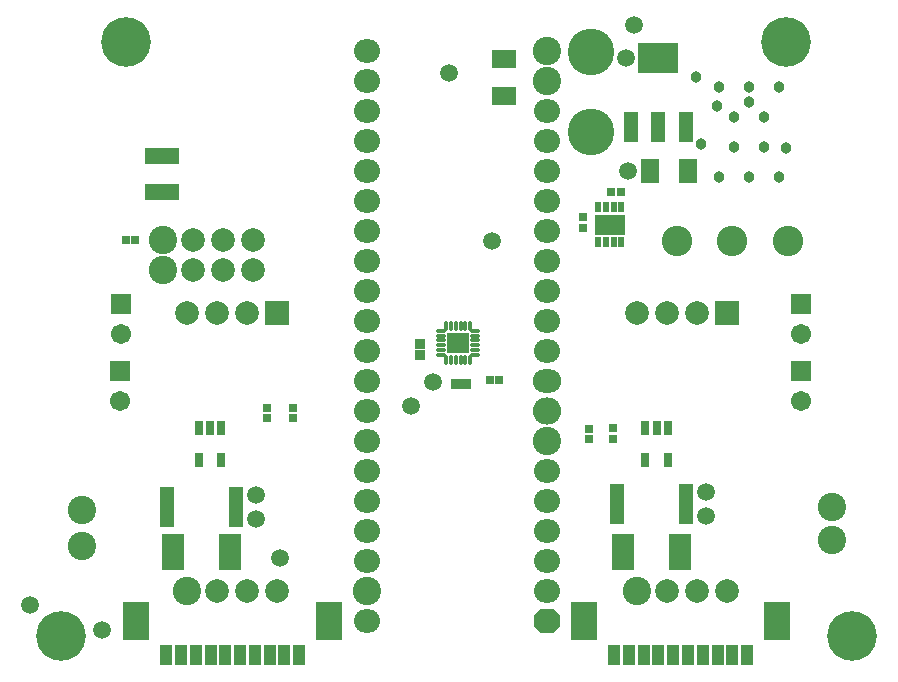
<source format=gbs>
G04*
G04 #@! TF.GenerationSoftware,Altium Limited,Altium NEXUS,1.1.9 (86)*
G04*
G04 Layer_Color=16711935*
%FSLAX24Y24*%
%MOIN*%
G70*
G01*
G75*
%ADD20R,0.0257X0.0297*%
%ADD21R,0.0297X0.0257*%
%ADD27R,0.0671X0.0671*%
%ADD28C,0.0671*%
%ADD29C,0.1556*%
%ADD30C,0.1013*%
%ADD31C,0.0380*%
%ADD32C,0.0946*%
%ADD33C,0.0789*%
%ADD34R,0.0789X0.0789*%
%ADD35O,0.0867X0.0789*%
%ADD36O,0.0946X0.0789*%
%ADD37O,0.0946X0.0907*%
G04:AMPARAMS|DCode=38|XSize=86.7mil|YSize=78.9mil|CornerRadius=0mil|HoleSize=0mil|Usage=FLASHONLY|Rotation=180.000|XOffset=0mil|YOffset=0mil|HoleType=Round|Shape=Octagon|*
%AMOCTAGOND38*
4,1,8,-0.0434,0.0197,-0.0434,-0.0197,-0.0237,-0.0394,0.0237,-0.0394,0.0434,-0.0197,0.0434,0.0197,0.0237,0.0394,-0.0237,0.0394,-0.0434,0.0197,0.0*
%
%ADD38OCTAGOND38*%

%ADD39C,0.1655*%
%ADD40C,0.0592*%
%ADD79R,0.0741X0.1241*%
%ADD80R,0.0493X0.1360*%
%ADD81R,0.1005X0.0702*%
%ADD82R,0.0218X0.0356*%
%ADD83R,0.0324X0.0324*%
%ADD84R,0.0324X0.0324*%
%ADD85R,0.0285X0.0285*%
%ADD86R,0.0316X0.0474*%
%ADD87O,0.0316X0.0159*%
%ADD88O,0.0159X0.0316*%
%ADD89R,0.0749X0.0686*%
%ADD90R,0.0611X0.0828*%
%ADD91R,0.1143X0.0533*%
%ADD92R,0.1379X0.1025*%
%ADD93R,0.0474X0.1025*%
%ADD94R,0.0828X0.0611*%
%ADD95R,0.0907X0.1261*%
%ADD96R,0.0395X0.0710*%
D20*
X5484Y14803D02*
D03*
X5130D02*
D03*
D21*
X5217Y6555D02*
D03*
Y6909D02*
D03*
X-6309Y7244D02*
D03*
Y7598D02*
D03*
X-5472D02*
D03*
Y7244D02*
D03*
X4400Y6899D02*
D03*
Y6545D02*
D03*
X4203Y13583D02*
D03*
Y13937D02*
D03*
D27*
X-11191Y11051D02*
D03*
X-11211Y8817D02*
D03*
X11467D02*
D03*
X11467Y11051D02*
D03*
D28*
X-11191Y10051D02*
D03*
X-11211Y7817D02*
D03*
X11467D02*
D03*
X11467Y10051D02*
D03*
D29*
X4469Y19449D02*
D03*
Y16782D02*
D03*
D30*
X7333Y13150D02*
D03*
X9183D02*
D03*
X11033D02*
D03*
D31*
X9732Y18280D02*
D03*
X10232Y17280D02*
D03*
X10732Y18280D02*
D03*
X9232Y17280D02*
D03*
X8732Y18280D02*
D03*
X10732Y15280D02*
D03*
X10232Y16280D02*
D03*
X8732Y15280D02*
D03*
X9232Y16280D02*
D03*
X9732Y15280D02*
D03*
X8159Y16378D02*
D03*
X9732Y17795D02*
D03*
X10984Y16270D02*
D03*
X8691Y17659D02*
D03*
X7982Y18620D02*
D03*
D32*
X-9800Y12200D02*
D03*
Y13200D02*
D03*
X-9000Y1500D02*
D03*
X6000D02*
D03*
X-3000D02*
D03*
X3000Y6500D02*
D03*
Y19500D02*
D03*
Y18500D02*
D03*
X-12500Y3000D02*
D03*
Y4200D02*
D03*
X12500Y4300D02*
D03*
Y3200D02*
D03*
D33*
X-8800Y12200D02*
D03*
Y13200D02*
D03*
X-7800Y12200D02*
D03*
Y13200D02*
D03*
X-6800Y12200D02*
D03*
Y13200D02*
D03*
X-6000Y1500D02*
D03*
X-7000D02*
D03*
X-8000D02*
D03*
X-9000Y10750D02*
D03*
X-8000D02*
D03*
X-7000D02*
D03*
X9000Y1500D02*
D03*
X8000D02*
D03*
X7000D02*
D03*
X6000Y10750D02*
D03*
X7000D02*
D03*
X8000D02*
D03*
D34*
X-6000D02*
D03*
X9000D02*
D03*
D35*
X-3000Y19500D02*
D03*
Y17500D02*
D03*
Y16500D02*
D03*
Y15500D02*
D03*
Y14500D02*
D03*
Y12500D02*
D03*
Y10500D02*
D03*
Y8500D02*
D03*
Y6500D02*
D03*
Y4500D02*
D03*
Y2500D02*
D03*
Y5500D02*
D03*
Y3500D02*
D03*
Y500D02*
D03*
Y7500D02*
D03*
Y9500D02*
D03*
Y11500D02*
D03*
Y13500D02*
D03*
Y18500D02*
D03*
X3000Y1500D02*
D03*
Y10500D02*
D03*
Y12500D02*
D03*
Y16500D02*
D03*
Y14500D02*
D03*
Y17500D02*
D03*
Y15500D02*
D03*
Y13500D02*
D03*
Y11500D02*
D03*
Y9500D02*
D03*
Y5500D02*
D03*
Y4500D02*
D03*
Y3500D02*
D03*
Y2500D02*
D03*
D36*
Y8500D02*
D03*
D37*
Y7500D02*
D03*
D38*
Y500D02*
D03*
D39*
X10971Y19790D02*
D03*
X13181Y0D02*
D03*
X-13179D02*
D03*
X-11014Y19790D02*
D03*
D40*
X-270Y18760D02*
D03*
X5914Y20354D02*
D03*
X-778Y8455D02*
D03*
X-1516Y7638D02*
D03*
X1181Y13150D02*
D03*
X5630Y19252D02*
D03*
X5719Y15502D02*
D03*
X-11811Y177D02*
D03*
X-5876Y2579D02*
D03*
X-14213Y1004D02*
D03*
X-6700Y3900D02*
D03*
Y4700D02*
D03*
X8300Y4000D02*
D03*
Y4800D02*
D03*
D79*
X5559Y2800D02*
D03*
X7441D02*
D03*
X-9441D02*
D03*
X-7559D02*
D03*
D80*
X7642Y4400D02*
D03*
X5358D02*
D03*
X-7358Y4300D02*
D03*
X-9642D02*
D03*
D81*
X5108Y13692D02*
D03*
D82*
X4724Y13112D02*
D03*
X4980D02*
D03*
X5236D02*
D03*
X5492D02*
D03*
Y14273D02*
D03*
X5236D02*
D03*
X4980D02*
D03*
X4724D02*
D03*
D83*
X-1234Y9364D02*
D03*
Y9718D02*
D03*
D84*
X-30Y8376D02*
D03*
X325D02*
D03*
D85*
X1112Y8510D02*
D03*
X1427D02*
D03*
X-11024Y13199D02*
D03*
X-10709D02*
D03*
D86*
X-8602Y6919D02*
D03*
X-8228D02*
D03*
X-7854D02*
D03*
Y5837D02*
D03*
X-8602D02*
D03*
X6289Y6919D02*
D03*
X6663D02*
D03*
X7037D02*
D03*
Y5837D02*
D03*
X6289D02*
D03*
D87*
X620Y10155D02*
D03*
Y9997D02*
D03*
Y9840D02*
D03*
Y9682D02*
D03*
Y9525D02*
D03*
Y9367D02*
D03*
X-522D02*
D03*
Y9525D02*
D03*
Y9682D02*
D03*
Y9840D02*
D03*
Y9997D02*
D03*
Y10155D02*
D03*
D88*
X443Y9190D02*
D03*
X285D02*
D03*
X128D02*
D03*
X-30D02*
D03*
X-187D02*
D03*
X-344D02*
D03*
Y10332D02*
D03*
X-187D02*
D03*
X-30D02*
D03*
X128D02*
D03*
X285D02*
D03*
X443D02*
D03*
D89*
X49Y9761D02*
D03*
D90*
X7717Y15502D02*
D03*
X6457D02*
D03*
D91*
X-9823Y15974D02*
D03*
Y14793D02*
D03*
D92*
X6726Y19252D02*
D03*
D93*
X5821Y16968D02*
D03*
X6726D02*
D03*
X7632D02*
D03*
D94*
X1575Y17972D02*
D03*
Y19232D02*
D03*
D95*
X-4246Y492D02*
D03*
X-10683D02*
D03*
X10683D02*
D03*
X4246D02*
D03*
D96*
X-5250Y-650D02*
D03*
X-5742D02*
D03*
X-6234D02*
D03*
X-6726D02*
D03*
X-7218D02*
D03*
X-7711D02*
D03*
X-8203D02*
D03*
X-8695D02*
D03*
X-9187D02*
D03*
X-9679D02*
D03*
X9679D02*
D03*
X9187D02*
D03*
X8695D02*
D03*
X8203D02*
D03*
X7711D02*
D03*
X7218D02*
D03*
X6726D02*
D03*
X6234D02*
D03*
X5742D02*
D03*
X5250D02*
D03*
M02*

</source>
